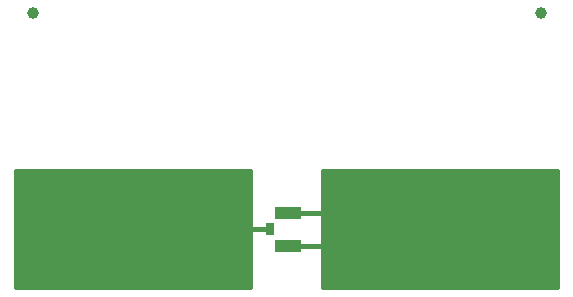
<source format=gtl>
G75*
%MOIN*%
%OFA0B0*%
%FSLAX25Y25*%
%IPPOS*%
%LPD*%
%AMOC8*
5,1,8,0,0,1.08239X$1,22.5*
%
%ADD10R,0.08661X0.04134*%
%ADD11R,0.03150X0.03937*%
%ADD12R,0.07874X0.07874*%
%ADD13C,0.13780*%
%ADD14C,0.03937*%
%ADD15C,0.01000*%
%ADD16C,0.01600*%
D10*
X0108193Y0091059D03*
X0108193Y0101886D03*
D11*
X0102189Y0096472D03*
D12*
X0090870Y0096472D03*
D13*
X0088114Y0096472D03*
X0127484Y0096472D03*
X0180634Y0096472D03*
X0034965Y0096472D03*
D14*
X0023154Y0168520D03*
X0192445Y0168520D03*
D15*
X0017248Y0116157D02*
X0017248Y0076787D01*
X0095988Y0076787D01*
X0095988Y0116157D01*
X0017248Y0116157D01*
X0017248Y0116026D02*
X0095988Y0116026D01*
X0095988Y0115027D02*
X0017248Y0115027D01*
X0017248Y0114029D02*
X0095988Y0114029D01*
X0095988Y0113030D02*
X0017248Y0113030D01*
X0017248Y0112032D02*
X0095988Y0112032D01*
X0095988Y0111033D02*
X0017248Y0111033D01*
X0017248Y0110035D02*
X0095988Y0110035D01*
X0095988Y0109036D02*
X0017248Y0109036D01*
X0017248Y0108038D02*
X0095988Y0108038D01*
X0095988Y0107039D02*
X0017248Y0107039D01*
X0017248Y0106041D02*
X0095988Y0106041D01*
X0095988Y0105042D02*
X0017248Y0105042D01*
X0017248Y0104044D02*
X0095988Y0104044D01*
X0095988Y0103045D02*
X0017248Y0103045D01*
X0017248Y0102046D02*
X0095988Y0102046D01*
X0095988Y0101048D02*
X0017248Y0101048D01*
X0017248Y0100049D02*
X0095988Y0100049D01*
X0095988Y0099051D02*
X0017248Y0099051D01*
X0017248Y0098052D02*
X0095988Y0098052D01*
X0095988Y0097054D02*
X0017248Y0097054D01*
X0017248Y0096055D02*
X0095988Y0096055D01*
X0095988Y0095057D02*
X0017248Y0095057D01*
X0017248Y0094058D02*
X0095988Y0094058D01*
X0095988Y0093060D02*
X0017248Y0093060D01*
X0017248Y0092061D02*
X0095988Y0092061D01*
X0095988Y0091063D02*
X0017248Y0091063D01*
X0017248Y0090064D02*
X0095988Y0090064D01*
X0095988Y0089066D02*
X0017248Y0089066D01*
X0017248Y0088067D02*
X0095988Y0088067D01*
X0095988Y0087069D02*
X0017248Y0087069D01*
X0017248Y0086070D02*
X0095988Y0086070D01*
X0095988Y0085072D02*
X0017248Y0085072D01*
X0017248Y0084073D02*
X0095988Y0084073D01*
X0095988Y0083075D02*
X0017248Y0083075D01*
X0017248Y0082076D02*
X0095988Y0082076D01*
X0095988Y0081078D02*
X0017248Y0081078D01*
X0017248Y0080079D02*
X0095988Y0080079D01*
X0095988Y0079081D02*
X0017248Y0079081D01*
X0017248Y0078082D02*
X0095988Y0078082D01*
X0095988Y0077084D02*
X0017248Y0077084D01*
X0119610Y0077084D02*
X0198350Y0077084D01*
X0198350Y0076787D02*
X0119610Y0076787D01*
X0119610Y0116157D01*
X0198350Y0116157D01*
X0198350Y0076787D01*
X0198350Y0078082D02*
X0119610Y0078082D01*
X0119610Y0079081D02*
X0198350Y0079081D01*
X0198350Y0080079D02*
X0119610Y0080079D01*
X0119610Y0081078D02*
X0198350Y0081078D01*
X0198350Y0082076D02*
X0119610Y0082076D01*
X0119610Y0083075D02*
X0198350Y0083075D01*
X0198350Y0084073D02*
X0119610Y0084073D01*
X0119610Y0085072D02*
X0198350Y0085072D01*
X0198350Y0086070D02*
X0119610Y0086070D01*
X0119610Y0087069D02*
X0198350Y0087069D01*
X0198350Y0088067D02*
X0119610Y0088067D01*
X0119610Y0089066D02*
X0198350Y0089066D01*
X0198350Y0090064D02*
X0119610Y0090064D01*
X0119610Y0091063D02*
X0198350Y0091063D01*
X0198350Y0092061D02*
X0119610Y0092061D01*
X0119610Y0093060D02*
X0198350Y0093060D01*
X0198350Y0094058D02*
X0119610Y0094058D01*
X0119610Y0095057D02*
X0198350Y0095057D01*
X0198350Y0096055D02*
X0119610Y0096055D01*
X0119610Y0097054D02*
X0198350Y0097054D01*
X0198350Y0098052D02*
X0119610Y0098052D01*
X0119610Y0099051D02*
X0198350Y0099051D01*
X0198350Y0100049D02*
X0119610Y0100049D01*
X0119610Y0101048D02*
X0198350Y0101048D01*
X0198350Y0102046D02*
X0119610Y0102046D01*
X0119610Y0103045D02*
X0198350Y0103045D01*
X0198350Y0104044D02*
X0119610Y0104044D01*
X0119610Y0105042D02*
X0198350Y0105042D01*
X0198350Y0106041D02*
X0119610Y0106041D01*
X0119610Y0107039D02*
X0198350Y0107039D01*
X0198350Y0108038D02*
X0119610Y0108038D01*
X0119610Y0109036D02*
X0198350Y0109036D01*
X0198350Y0110035D02*
X0119610Y0110035D01*
X0119610Y0111033D02*
X0198350Y0111033D01*
X0198350Y0112032D02*
X0119610Y0112032D01*
X0119610Y0113030D02*
X0198350Y0113030D01*
X0198350Y0114029D02*
X0119610Y0114029D01*
X0119610Y0115027D02*
X0198350Y0115027D01*
X0198350Y0116026D02*
X0119610Y0116026D01*
D16*
X0127484Y0101886D02*
X0108193Y0101886D01*
X0102189Y0096472D02*
X0090870Y0096472D01*
X0108193Y0091059D02*
X0127484Y0091059D01*
X0127484Y0096472D01*
X0127484Y0101886D01*
M02*

</source>
